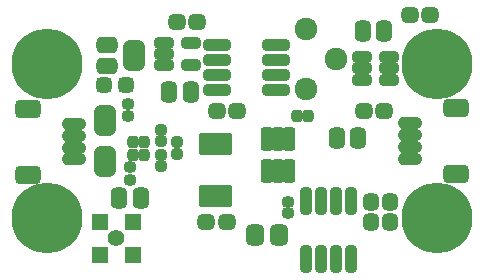
<source format=gbr>
%TF.GenerationSoftware,KiCad,Pcbnew,7.0.9*%
%TF.CreationDate,2024-10-15T17:03:29-06:00*%
%TF.ProjectId,howland,686f776c-616e-4642-9e6b-696361645f70,rev?*%
%TF.SameCoordinates,Original*%
%TF.FileFunction,Soldermask,Top*%
%TF.FilePolarity,Negative*%
%FSLAX46Y46*%
G04 Gerber Fmt 4.6, Leading zero omitted, Abs format (unit mm)*
G04 Created by KiCad (PCBNEW 7.0.9) date 2024-10-15 17:03:29*
%MOMM*%
%LPD*%
G01*
G04 APERTURE LIST*
G04 Aperture macros list*
%AMRoundRect*
0 Rectangle with rounded corners*
0 $1 Rounding radius*
0 $2 $3 $4 $5 $6 $7 $8 $9 X,Y pos of 4 corners*
0 Add a 4 corners polygon primitive as box body*
4,1,4,$2,$3,$4,$5,$6,$7,$8,$9,$2,$3,0*
0 Add four circle primitives for the rounded corners*
1,1,$1+$1,$2,$3*
1,1,$1+$1,$4,$5*
1,1,$1+$1,$6,$7*
1,1,$1+$1,$8,$9*
0 Add four rect primitives between the rounded corners*
20,1,$1+$1,$2,$3,$4,$5,0*
20,1,$1+$1,$4,$5,$6,$7,0*
20,1,$1+$1,$6,$7,$8,$9,0*
20,1,$1+$1,$8,$9,$2,$3,0*%
%AMFreePoly0*
4,1,40,0.586777,0.930194,0.656366,0.874698,0.694986,0.794504,0.700000,0.750000,0.700000,-0.750000,0.680194,-0.836777,0.624698,-0.906366,0.544504,-0.944986,0.500000,-0.950000,0.000000,-0.950000,-0.022297,-0.944911,-0.071157,-0.944911,-0.127504,-0.936810,-0.264055,-0.896715,-0.315837,-0.873066,-0.435559,-0.796125,-0.478580,-0.758847,-0.571777,-0.651292,-0.602554,-0.603402,-0.661673,-0.473948,
-0.677710,-0.419330,-0.697964,-0.278464,-0.700000,-0.250000,-0.700000,0.250000,-0.697964,0.278464,-0.677710,0.419330,-0.661673,0.473948,-0.602554,0.603402,-0.571777,0.651292,-0.478580,0.758847,-0.435559,0.796125,-0.315837,0.873066,-0.264055,0.896715,-0.127504,0.936810,-0.071157,0.944911,-0.044660,0.944911,-0.044504,0.944986,0.000000,0.950000,0.500000,0.950000,0.586777,0.930194,
0.586777,0.930194,$1*%
%AMFreePoly1*
4,1,40,0.022297,0.944911,0.071157,0.944911,0.127504,0.936810,0.264055,0.896715,0.315837,0.873066,0.435559,0.796125,0.478580,0.758847,0.571777,0.651292,0.602554,0.603402,0.661673,0.473948,0.677710,0.419330,0.697964,0.278464,0.700000,0.250000,0.700000,-0.250000,0.697964,-0.278464,0.677710,-0.419330,0.661673,-0.473948,0.602554,-0.603402,0.571777,-0.651292,0.478580,-0.758847,
0.435559,-0.796125,0.315837,-0.873066,0.264055,-0.896715,0.127504,-0.936810,0.071157,-0.944911,0.044660,-0.944911,0.044504,-0.944986,0.000000,-0.950000,-0.500000,-0.950000,-0.586777,-0.930194,-0.656366,-0.874698,-0.694986,-0.794504,-0.700000,-0.750000,-0.700000,0.750000,-0.680194,0.836777,-0.624698,0.906366,-0.544504,0.944986,-0.500000,0.950000,0.000000,0.950000,0.022297,0.944911,
0.022297,0.944911,$1*%
G04 Aperture macros list end*
%ADD10C,6.000000*%
%ADD11RoundRect,0.347500X0.147500X0.172500X-0.147500X0.172500X-0.147500X-0.172500X0.147500X-0.172500X0*%
%ADD12RoundRect,0.450000X0.325000X0.450000X-0.325000X0.450000X-0.325000X-0.450000X0.325000X-0.450000X0*%
%ADD13RoundRect,0.347500X-0.172500X0.147500X-0.172500X-0.147500X0.172500X-0.147500X0.172500X0.147500X0*%
%ADD14RoundRect,0.347500X-0.147500X-0.172500X0.147500X-0.172500X0.147500X0.172500X-0.147500X0.172500X0*%
%ADD15RoundRect,0.350000X-0.625000X0.150000X-0.625000X-0.150000X0.625000X-0.150000X0.625000X0.150000X0*%
%ADD16RoundRect,0.450000X-0.650000X0.350000X-0.650000X-0.350000X0.650000X-0.350000X0.650000X0.350000X0*%
%ADD17FreePoly0,270.000000*%
%ADD18FreePoly1,270.000000*%
%ADD19RoundRect,0.437500X0.237500X-0.287500X0.237500X0.287500X-0.237500X0.287500X-0.237500X-0.287500X0*%
%ADD20RoundRect,0.350000X0.625000X-0.150000X0.625000X0.150000X-0.625000X0.150000X-0.625000X-0.150000X0*%
%ADD21RoundRect,0.450000X0.650000X-0.350000X0.650000X0.350000X-0.650000X0.350000X-0.650000X-0.350000X0*%
%ADD22RoundRect,0.200000X0.225000X0.725000X-0.225000X0.725000X-0.225000X-0.725000X0.225000X-0.725000X0*%
%ADD23RoundRect,0.350000X-0.512500X-0.150000X0.512500X-0.150000X0.512500X0.150000X-0.512500X0.150000X0*%
%ADD24RoundRect,0.350000X0.512500X0.150000X-0.512500X0.150000X-0.512500X-0.150000X0.512500X-0.150000X0*%
%ADD25RoundRect,0.335000X-0.185000X0.135000X-0.185000X-0.135000X0.185000X-0.135000X0.185000X0.135000X0*%
%ADD26C,1.400000*%
%ADD27RoundRect,0.200000X-0.500000X0.500000X-0.500000X-0.500000X0.500000X-0.500000X0.500000X0.500000X0*%
%ADD28RoundRect,0.200000X0.325000X-0.780000X0.325000X0.780000X-0.325000X0.780000X-0.325000X-0.780000X0*%
%ADD29RoundRect,0.340000X0.170000X-0.140000X0.170000X0.140000X-0.170000X0.140000X-0.170000X-0.140000X0*%
%ADD30RoundRect,0.437500X0.250000X0.237500X-0.250000X0.237500X-0.250000X-0.237500X0.250000X-0.237500X0*%
%ADD31RoundRect,0.350000X0.150000X-0.825000X0.150000X0.825000X-0.150000X0.825000X-0.150000X-0.825000X0*%
%ADD32RoundRect,0.450000X-0.262500X-0.450000X0.262500X-0.450000X0.262500X0.450000X-0.262500X0.450000X0*%
%ADD33C,1.920000*%
%ADD34RoundRect,0.350000X0.825000X0.150000X-0.825000X0.150000X-0.825000X-0.150000X0.825000X-0.150000X0*%
%ADD35RoundRect,0.437500X-0.300000X-0.237500X0.300000X-0.237500X0.300000X0.237500X-0.300000X0.237500X0*%
%ADD36RoundRect,0.450000X0.262500X0.450000X-0.262500X0.450000X-0.262500X-0.450000X0.262500X-0.450000X0*%
%ADD37RoundRect,0.450000X-0.450000X0.262500X-0.450000X-0.262500X0.450000X-0.262500X0.450000X0.262500X0*%
%ADD38RoundRect,0.437500X0.300000X0.237500X-0.300000X0.237500X-0.300000X-0.237500X0.300000X-0.237500X0*%
%ADD39FreePoly0,90.000000*%
%ADD40FreePoly1,90.000000*%
G04 APERTURE END LIST*
D10*
%TO.C,MH1*%
X103000000Y-84000000D03*
%TD*%
%TO.C,MH2*%
X136000000Y-84000000D03*
%TD*%
%TO.C,MH3*%
X103000000Y-97000000D03*
%TD*%
%TO.C,MH4*%
X136000000Y-97000000D03*
%TD*%
D11*
%TO.C,R5*%
X111250000Y-90550000D03*
X110280000Y-90550000D03*
%TD*%
%TO.C,R6*%
X111235000Y-91650000D03*
X110265000Y-91650000D03*
%TD*%
D12*
%TO.C,L1*%
X122660000Y-98450000D03*
X120610000Y-98450000D03*
%TD*%
D13*
%TO.C,C2*%
X112650000Y-89565000D03*
X112650000Y-90535000D03*
%TD*%
%TO.C,C3*%
X112650000Y-91650000D03*
X112650000Y-92620000D03*
%TD*%
%TO.C,C4*%
X114050000Y-90590000D03*
X114050000Y-91560000D03*
%TD*%
D14*
%TO.C,C5*%
X124165000Y-88350000D03*
X125135000Y-88350000D03*
%TD*%
D15*
%TO.C,J1*%
X105250000Y-89050000D03*
X105250000Y-90050000D03*
X105250000Y-91050000D03*
X105250000Y-92050000D03*
D16*
X101375000Y-87750000D03*
X101375000Y-93350000D03*
%TD*%
D17*
%TO.C,JP1*%
X107950000Y-88100000D03*
D18*
X107950000Y-89400000D03*
%TD*%
D17*
%TO.C,JP2*%
X107950000Y-91600000D03*
D18*
X107950000Y-92900000D03*
%TD*%
D19*
%TO.C,R1*%
X132050000Y-97375000D03*
X132050000Y-95625000D03*
%TD*%
%TO.C,R2*%
X130400000Y-97375000D03*
X130400000Y-95625000D03*
%TD*%
D20*
%TO.C,J2*%
X133750000Y-92000000D03*
X133750000Y-91000000D03*
X133750000Y-90000000D03*
X133750000Y-89000000D03*
D21*
X137625000Y-93300000D03*
X137625000Y-87700000D03*
%TD*%
D22*
%TO.C,U3*%
X118225000Y-90750000D03*
X117575000Y-90750000D03*
X116925000Y-90750000D03*
X116275000Y-90750000D03*
X116275000Y-95150000D03*
X116925000Y-95150000D03*
X117575000Y-95150000D03*
X118225000Y-95150000D03*
%TD*%
D23*
%TO.C,U6*%
X112912500Y-82200000D03*
X112912500Y-83150000D03*
X112912500Y-84100000D03*
X115187500Y-84100000D03*
X115187500Y-82200000D03*
%TD*%
D24*
%TO.C,U4*%
X131977500Y-85300000D03*
X131977500Y-84350000D03*
X131977500Y-83400000D03*
X129702500Y-83400000D03*
X129702500Y-84350000D03*
X129702500Y-85300000D03*
%TD*%
D25*
%TO.C,R3*%
X109850000Y-87340000D03*
X109850000Y-88360000D03*
%TD*%
D26*
%TO.C,J4*%
X108850000Y-98750000D03*
D27*
X110250000Y-97350000D03*
X107450000Y-97350000D03*
X110250000Y-100150000D03*
X107450000Y-100150000D03*
%TD*%
D28*
%TO.C,U2*%
X121600000Y-93000000D03*
X122550000Y-93000000D03*
X123500000Y-93000000D03*
X123500000Y-90300000D03*
X122550000Y-90300000D03*
X121600000Y-90300000D03*
%TD*%
D29*
%TO.C,C1*%
X123450000Y-96630000D03*
X123450000Y-95670000D03*
%TD*%
D30*
%TO.C,R12*%
X109662500Y-85750000D03*
X107837500Y-85750000D03*
%TD*%
D31*
%TO.C,U1*%
X124945000Y-100525000D03*
X126215000Y-100525000D03*
X127485000Y-100525000D03*
X128755000Y-100525000D03*
X128755000Y-95575000D03*
X127485000Y-95575000D03*
X126215000Y-95575000D03*
X124945000Y-95575000D03*
%TD*%
D32*
%TO.C,R8*%
X129747500Y-81170000D03*
X131572500Y-81170000D03*
%TD*%
D33*
%TO.C,RV1*%
X124930000Y-86100000D03*
X127470000Y-83560000D03*
X124930000Y-81020000D03*
%TD*%
D34*
%TO.C,U5*%
X122365000Y-86145000D03*
X122365000Y-84875000D03*
X122365000Y-83605000D03*
X122365000Y-82335000D03*
X117415000Y-82335000D03*
X117415000Y-83605000D03*
X117415000Y-84875000D03*
X117415000Y-86145000D03*
%TD*%
D35*
%TO.C,C8*%
X117387500Y-87950000D03*
X119112500Y-87950000D03*
%TD*%
D36*
%TO.C,R11*%
X110962500Y-95350000D03*
X109137500Y-95350000D03*
%TD*%
D37*
%TO.C,R10*%
X108050000Y-82337500D03*
X108050000Y-84162500D03*
%TD*%
D36*
%TO.C,R7*%
X129362500Y-90250000D03*
X127537500Y-90250000D03*
%TD*%
%TO.C,R9*%
X115162500Y-86350000D03*
X113337500Y-86350000D03*
%TD*%
D25*
%TO.C,R4*%
X110050000Y-92740000D03*
X110050000Y-93760000D03*
%TD*%
D38*
%TO.C,C6*%
X118212500Y-97350000D03*
X116487500Y-97350000D03*
%TD*%
D39*
%TO.C,JP3*%
X110350000Y-83900000D03*
D40*
X110350000Y-82600000D03*
%TD*%
D35*
%TO.C,C10*%
X129812500Y-87955000D03*
X131537500Y-87955000D03*
%TD*%
%TO.C,C9*%
X113987500Y-80450000D03*
X115712500Y-80450000D03*
%TD*%
D38*
%TO.C,C7*%
X135462500Y-79800000D03*
X133737500Y-79800000D03*
%TD*%
M02*

</source>
